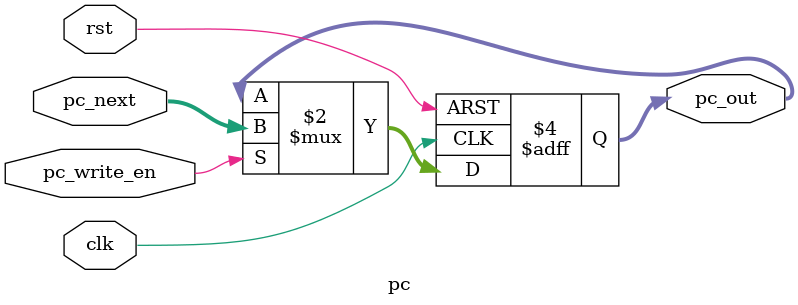
<source format=v>
module pc(
    input clk,
    input rst,
    input pc_write_en,
    input [31:0] pc_next,
    output reg [31:0] pc_out
    );
    
    always @(posedge clk or posedge rst) begin
        if (rst)
            pc_out <= 32'd0;
        else if (pc_write_en)
            pc_out <= pc_next;
    end
endmodule

</source>
